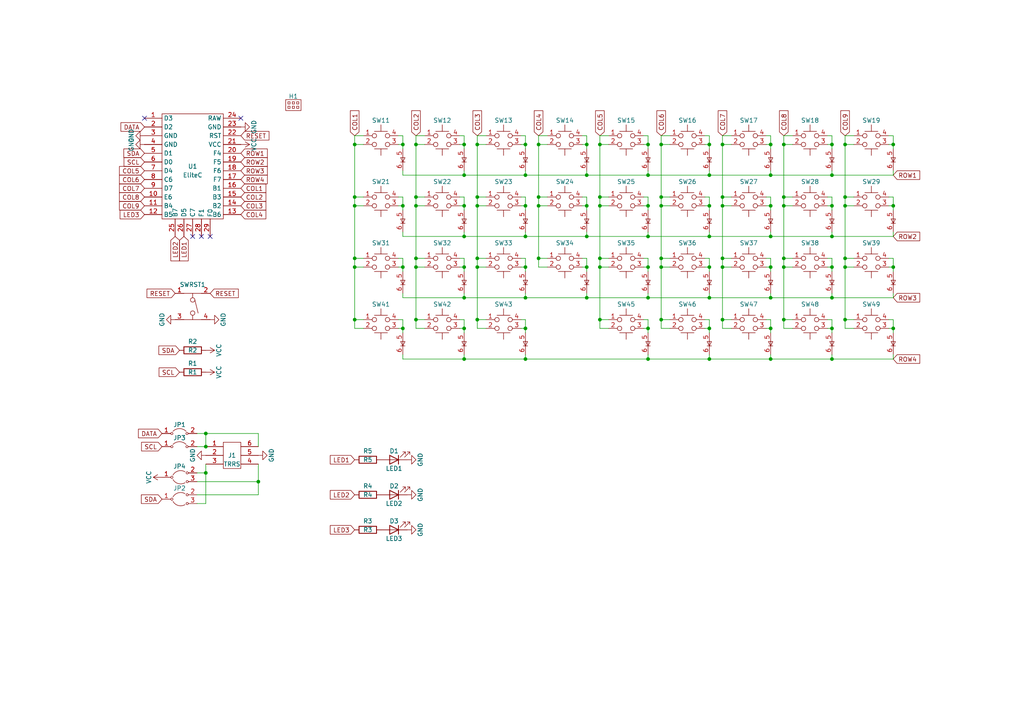
<source format=kicad_sch>
(kicad_sch (version 20230121) (generator eeschema)
  (paper "A4")
  (lib_symbols
    (symbol "Device:LED" (pin_numbers hide) (pin_names (offset 1.016) hide)
      (property "Reference" "D" (at 0 2.54 0))
      (property "Value" "LED" (at 0 -2.54 0))
      (symbol "LED_0_1"
        (polyline (pts (xy -1.27 -1.27) (xy -1.27 1.27)) (stroke (width 0.254)))
        (polyline (pts (xy -1.27 0) (xy 1.27 0)))
        (polyline (pts (xy 1.27 -1.27) (xy 1.27 1.27) (xy -1.27 0) (xy 1.27 -1.27)) (stroke (width 0.254)))
        (polyline (pts (xy -3.048 -0.762) (xy -4.572 -2.286) (xy -3.81 -2.286) (xy -4.572 -2.286) (xy -4.572 -1.524)))
        (polyline (pts (xy -1.778 -0.762) (xy -3.302 -2.286) (xy -2.54 -2.286) (xy -3.302 -2.286) (xy -3.302 -1.524)))
      )
      (symbol "LED_1_1"
        (pin passive line (at -3.81 0 0) (length 2.54) (name "K") (number "1"))
        (pin passive line (at 3.81 0 180) (length 2.54) (name "A") (number "2"))
      )
    )
    (symbol "Device:R" (pin_numbers hide) (pin_names (offset 0))
      (property "Reference" "R" (at 2.032 0 90))
      (property "Value" "R" (at 0 0 90))
      (symbol "R_0_1"
        (rectangle (start -1.016 -2.54) (end 1.016 2.54) (stroke (width 0.254)))
      )
      (symbol "R_1_1"
        (pin passive line (at 0 3.81 270) (length 1.27) (name "~") (number "1"))
        (pin passive line (at 0 -3.81 90) (length 1.27) (name "~") (number "2"))
      )
    )
    (symbol "Keyboard:EliteC"
      (property "Reference" "U" (at 0 0 0))
      (property "Value" "EliteC" (at 0 -2.54 0))
      (symbol "EliteC_0_1"
        (rectangle (start -8.89 15.24) (end 8.89 -15.24))
      )
      (symbol "EliteC_1_1"
        (pin bidirectional line (at -13.97 13.97 0) (length 5.08) (name "D3") (number "1"))
        (pin bidirectional line (at -13.97 -8.89 0) (length 5.08) (name "E6") (number "10"))
        (pin bidirectional line (at -13.97 -11.43 0) (length 5.08) (name "B4") (number "11"))
        (pin bidirectional line (at -13.97 -13.97 0) (length 5.08) (name "B5") (number "12"))
        (pin bidirectional line (at 13.97 -13.97 180) (length 5.08) (name "B6") (number "13"))
        (pin bidirectional line (at 13.97 -11.43 180) (length 5.08) (name "B2") (number "14"))
        (pin bidirectional line (at 13.97 -8.89 180) (length 5.08) (name "B3") (number "15"))
        (pin bidirectional line (at 13.97 -6.35 180) (length 5.08) (name "B1") (number "16"))
        (pin bidirectional line (at 13.97 -3.81 180) (length 5.08) (name "F7") (number "17"))
        (pin bidirectional line (at 13.97 -1.27 180) (length 5.08) (name "F6") (number "18"))
        (pin bidirectional line (at 13.97 1.27 180) (length 5.08) (name "F5") (number "19"))
        (pin bidirectional line (at -13.97 11.43 0) (length 5.08) (name "D2") (number "2"))
        (pin bidirectional line (at 13.97 3.81 180) (length 5.08) (name "F4") (number "20"))
        (pin power_out line (at 13.97 6.35 180) (length 5.08) (name "VCC") (number "21"))
        (pin bidirectional line (at 13.97 8.89 180) (length 5.08) (name "RST") (number "22"))
        (pin power_out line (at 13.97 11.43 180) (length 5.08) (name "GND") (number "23"))
        (pin bidirectional line (at 13.97 13.97 180) (length 5.08) (name "RAW") (number "24"))
        (pin bidirectional line (at -5.08 -20.32 90) (length 5.08) (name "B7") (number "25"))
        (pin bidirectional line (at -2.54 -20.32 90) (length 5.08) (name "D5") (number "26"))
        (pin bidirectional line (at 0 -20.32 90) (length 5.08) (name "C7") (number "27"))
        (pin bidirectional line (at 2.54 -20.32 90) (length 5.08) (name "F1") (number "28"))
        (pin bidirectional line (at 5.08 -20.32 90) (length 5.08) (name "F0") (number "29"))
        (pin power_out line (at -13.97 8.89 0) (length 5.08) (name "GND") (number "3"))
        (pin power_out line (at -13.97 6.35 0) (length 5.08) (name "GND") (number "4"))
        (pin bidirectional line (at -13.97 3.81 0) (length 5.08) (name "D1") (number "5"))
        (pin bidirectional line (at -13.97 1.27 0) (length 5.08) (name "D0") (number "6"))
        (pin bidirectional line (at -13.97 -1.27 0) (length 5.08) (name "D4") (number "7"))
        (pin bidirectional line (at -13.97 -3.81 0) (length 5.08) (name "C6") (number "8"))
        (pin bidirectional line (at -13.97 -6.35 0) (length 5.08) (name "D7") (number "9"))
      )
    )
    (symbol "Keyboard:Jumper"
      (property "Reference" "JP" (at 0 2.54 0))
      (symbol "Jumper_0_1"
        (circle (center -2.2225 0) (radius 0.3175))
        (arc (start 1.905 0.635) (mid 0 1.4191) (end -1.905 0.635))
        (circle (center 2.159 0) (radius 0.3175))
      )
      (symbol "Jumper_1_1"
        (pin passive line (at -5.08 0 0) (length 2.54) (name "") (number "1"))
        (pin passive line (at 5.08 0 180) (length 2.54) (name "") (number "2"))
      )
    )
    (symbol "Keyboard:JumperSplit"
      (property "Reference" "JP" (at 0 3.175 0))
      (symbol "JumperSplit_0_1"
        (circle (center -2.2225 0) (radius 0.3175))
        (arc (start -1.905 -0.635) (mid -0.356 -1.8346) (end 1.5875 -1.5875))
        (arc (start 1.5875 1.5875) (mid -0.356 1.8346) (end -1.905 0.635))
        (circle (center 2.2225 -1.27) (radius 0.3175))
        (circle (center 2.2225 1.27) (radius 0.3175))
      )
      (symbol "JumperSplit_1_1"
        (pin passive line (at -5.08 0 0) (length 2.54) (name "") (number "1"))
        (pin passive line (at 5.08 1.27 180) (length 2.54) (name "") (number "2"))
        (pin passive line (at 5.08 -1.27 180) (length 2.54) (name "") (number "3"))
      )
    )
    (symbol "Keyboard:PJ-320A"
      (property "Reference" "J" (at 0 0 0))
      (property "Value" "TRRS" (at 0 -2.54 0))
      (symbol "PJ-320A_0_1"
        (rectangle (start -2.54 3.81) (end 2.54 -3.81))
      )
      (symbol "PJ-320A_1_1"
        (pin bidirectional line (at -7.62 2.54 0) (length 5.08) (name "") (number "1"))
        (pin bidirectional line (at -7.62 0 0) (length 5.08) (name "") (number "2"))
        (pin bidirectional line (at -7.62 -2.54 0) (length 5.08) (name "") (number "3"))
        (pin bidirectional line (at 7.62 -2.54 180) (length 5.08) (name "") (number "4"))
        (pin bidirectional line (at 7.62 0 180) (length 5.08) (name "") (number "5"))
        (pin bidirectional line (at 7.62 2.54 180) (length 5.08) (name "") (number "6"))
      )
    )
    (symbol "Keyboard:PTS526" (pin_names (offset 1.016) hide)
      (property "Reference" "SW1" (at 0 -5.08 0))
      (symbol "PTS526_0_1"
        (circle (center 0 -1.905) (radius 0.635))
        (polyline (pts (xy -2.54 -3.81) (xy 2.54 -3.81)))
        (polyline (pts (xy -2.54 3.81) (xy 2.54 3.81)))
        (polyline (pts (xy 0 -2.54) (xy 0 -3.81)))
        (polyline (pts (xy 0 2.54) (xy 0 3.81)))
        (polyline (pts (xy 1.5875 -1.905) (xy 0.635 1.905)))
        (circle (center 0 1.905) (radius 0.635))
        (pin passive line (at -5.08 3.81 0) (length 2.54) (name "1") (number "1"))
      )
      (symbol "PTS526_1_1"
        (pin passive line (at 5.08 3.81 180) (length 2.54) (name "2") (number "2"))
        (pin passive line (at -5.08 -3.81 0) (length 2.54) (name "3") (number "3"))
        (pin passive line (at 5.08 -3.81 180) (length 2.54) (name "4") (number "4"))
      )
    )
    (symbol "Keyboard:Plate"
      (property "Reference" "H" (at 0 2.54 0))
      (symbol "Plate_1_1"
        (rectangle (start -2.2225 1.5875) (end 2.2225 -1.5875))
        (rectangle (start -1.5875 -0.3175) (end -0.9525 -0.9525))
        (rectangle (start -1.5875 0.9525) (end -0.9525 0.3175))
        (rectangle (start -0.3175 -0.3175) (end 0.3175 -0.9525))
        (rectangle (start -0.3175 0.9525) (end 0.3175 0.3175))
        (rectangle (start 0.9525 -0.3175) (end 1.5875 -0.9525))
        (rectangle (start 0.9525 0.9525) (end 1.5875 0.3175))
      )
    )
    (symbol "Keyboard:Switch"
      (property "Reference" "SW" (at 0 5.715 0))
      (symbol "Switch_0_1"
        (circle (center -1.905 -1.27) (radius 0.635))
        (circle (center -1.905 1.27) (radius 0.635))
        (polyline (pts (xy -1.905 -2.54) (xy 1.905 -2.54)))
        (polyline (pts (xy -1.905 2.54) (xy 1.905 2.54)))
        (polyline (pts (xy 0 -4.445) (xy 0 -2.54)))
        (polyline (pts (xy 0 2.54) (xy 0 4.445)))
        (polyline (pts (xy 6.35 -5.08) (xy 6.35 -6.35)))
        (circle (center 1.905 -1.27) (radius 0.635))
        (circle (center 1.905 1.27) (radius 0.635))
      )
      (symbol "Switch_1_1"
        (polyline (pts (xy 5.715 -6.35) (xy 6.985 -6.35)))
        (polyline (pts (xy 5.715 -5.08) (xy 6.985 -5.08) (xy 6.35 -6.35) (xy 5.715 -5.08)))
        (pin bidirectional line (at -5.08 1.27 0) (length 2.54) (name "") (number "1"))
        (pin bidirectional line (at -5.08 -1.27 0) (length 2.54) (name "") (number "2"))
        (pin bidirectional line (at 5.08 -1.27 180) (length 2.54) (name "") (number "3"))
        (pin bidirectional line (at 5.08 1.27 180) (length 2.54) (name "") (number "4"))
        (pin bidirectional line (at 6.35 -2.54 270) (length 2.54) (name "") (number "5"))
        (pin bidirectional line (at 6.35 -8.89 90) (length 2.54) (name "") (number "6"))
      )
    )
    (symbol "power:GND" (power) (pin_names (offset 0))
      (property "Value" "GND" (at 0 -3.81 0))
      (symbol "GND_0_1"
        (polyline (pts (xy 0 0) (xy 0 -1.27) (xy 1.27 -1.27) (xy 0 -2.54) (xy -1.27 -1.27) (xy 0 -1.27)))
      )
      (symbol "GND_1_1"
        (pin power_in line (at 0 0 270) (length 0) hide (name "GND") (number "1"))
      )
    )
    (symbol "power:VCC" (power) (pin_names (offset 0))
      (property "Value" "VCC" (at 0 3.81 0))
      (symbol "VCC_0_1"
        (polyline (pts (xy -0.762 1.27) (xy 0 2.54)))
        (polyline (pts (xy 0 0) (xy 0 2.54)))
        (polyline (pts (xy 0 2.54) (xy 0.762 1.27)))
      )
      (symbol "VCC_1_1"
        (pin power_in line (at 0 0 90) (length 0) hide (name "VCC") (number "1"))
      )
    )
  )
  (junction (at 191.77 57.15))
  (junction (at 259.08 59.69))
  (junction (at 187.96 41.91))
  (junction (at 173.99 59.69))
  (junction (at 134.62 95.25))
  (junction (at 152.4 41.91))
  (junction (at 187.96 50.8))
  (junction (at 134.62 86.36))
  (junction (at 205.74 104.14))
  (junction (at 209.55 59.69))
  (junction (at 227.33 92.71))
  (junction (at 134.62 50.8))
  (junction (at 227.33 57.15))
  (junction (at 187.96 59.69))
  (junction (at 102.87 57.15))
  (junction (at 241.3 50.8))
  (junction (at 227.33 41.91))
  (junction (at 116.84 41.91))
  (junction (at 156.21 74.93))
  (junction (at 138.43 74.93))
  (junction (at 59.69 125.73))
  (junction (at 173.99 77.47))
  (junction (at 102.87 77.47))
  (junction (at 134.62 41.91))
  (junction (at 245.11 57.15))
  (junction (at 152.4 68.58))
  (junction (at 209.55 92.71))
  (junction (at 138.43 59.69))
  (junction (at 209.55 77.47))
  (junction (at 187.96 77.47))
  (junction (at 191.77 74.93))
  (junction (at 134.62 68.58))
  (junction (at 245.11 77.47))
  (junction (at 191.77 59.69))
  (junction (at 138.43 41.91))
  (junction (at 59.69 129.54))
  (junction (at 223.52 104.14))
  (junction (at 187.96 95.25))
  (junction (at 120.65 57.15))
  (junction (at 245.11 41.91))
  (junction (at 245.11 74.93))
  (junction (at 191.77 77.47))
  (junction (at 59.69 137.16))
  (junction (at 241.3 104.14))
  (junction (at 138.43 57.15))
  (junction (at 152.4 86.36))
  (junction (at 241.3 95.25))
  (junction (at 156.21 41.91))
  (junction (at 170.18 77.47))
  (junction (at 187.96 68.58))
  (junction (at 138.43 92.71))
  (junction (at 241.3 59.69))
  (junction (at 138.43 77.47))
  (junction (at 152.4 95.25))
  (junction (at 173.99 41.91))
  (junction (at 241.3 86.36))
  (junction (at 223.52 50.8))
  (junction (at 102.87 74.93))
  (junction (at 102.87 92.71))
  (junction (at 74.93 139.7))
  (junction (at 205.74 77.47))
  (junction (at 227.33 59.69))
  (junction (at 245.11 92.71))
  (junction (at 205.74 68.58))
  (junction (at 152.4 50.8))
  (junction (at 116.84 59.69))
  (junction (at 241.3 68.58))
  (junction (at 134.62 59.69))
  (junction (at 156.21 59.69))
  (junction (at 156.21 57.15))
  (junction (at 223.52 68.58))
  (junction (at 102.87 41.91))
  (junction (at 209.55 57.15))
  (junction (at 187.96 86.36))
  (junction (at 102.87 59.69))
  (junction (at 120.65 59.69))
  (junction (at 134.62 77.47))
  (junction (at 205.74 41.91))
  (junction (at 227.33 77.47))
  (junction (at 187.96 104.14))
  (junction (at 259.08 77.47))
  (junction (at 205.74 95.25))
  (junction (at 116.84 95.25))
  (junction (at 223.52 95.25))
  (junction (at 134.62 104.14))
  (junction (at 259.08 95.25))
  (junction (at 116.84 77.47))
  (junction (at 191.77 92.71))
  (junction (at 205.74 86.36))
  (junction (at 170.18 59.69))
  (junction (at 120.65 92.71))
  (junction (at 245.11 59.69))
  (junction (at 223.52 41.91))
  (junction (at 170.18 50.8))
  (junction (at 173.99 74.93))
  (junction (at 241.3 77.47))
  (junction (at 120.65 77.47))
  (junction (at 170.18 86.36))
  (junction (at 152.4 77.47))
  (junction (at 209.55 74.93))
  (junction (at 205.74 59.69))
  (junction (at 223.52 59.69))
  (junction (at 152.4 104.14))
  (junction (at 191.77 41.91))
  (junction (at 120.65 74.93))
  (junction (at 227.33 74.93))
  (junction (at 173.99 57.15))
  (junction (at 205.74 50.8))
  (junction (at 259.08 41.91))
  (junction (at 170.18 68.58))
  (junction (at 209.55 41.91))
  (junction (at 173.99 92.71))
  (junction (at 170.18 41.91))
  (junction (at 120.65 41.91))
  (junction (at 223.52 86.36))
  (junction (at 152.4 59.69))
  (junction (at 223.52 77.47))
  (junction (at 241.3 41.91))
  (no_connect (at 55.88 68.58))
  (no_connect (at 60.96 68.58))
  (no_connect (at 41.91 34.29))
  (no_connect (at 58.42 68.58))
  (no_connect (at 69.85 34.29))
  (wire (pts (xy 241.3 95.25) (xy 241.3 96.52)))
  (wire (pts (xy 240.03 57.15) (xy 241.3 57.15)))
  (wire (pts (xy 152.4 104.14) (xy 187.96 104.14)))
  (wire (pts (xy 205.74 85.09) (xy 205.74 86.36)))
  (wire (pts (xy 116.84 59.69) (xy 116.84 60.96)))
  (wire (pts (xy 57.15 143.51) (xy 74.93 143.51)))
  (wire (pts (xy 257.81 77.47) (xy 259.08 77.47)))
  (wire (pts (xy 138.43 74.93) (xy 138.43 77.47)))
  (wire (pts (xy 245.11 92.71) (xy 247.65 92.71)))
  (wire (pts (xy 120.65 59.69) (xy 120.65 74.93)))
  (wire (pts (xy 123.19 95.25) (xy 120.65 95.25)))
  (wire (pts (xy 259.08 57.15) (xy 259.08 59.69)))
  (wire (pts (xy 259.08 68.58) (xy 241.3 68.58)))
  (wire (pts (xy 173.99 57.15) (xy 173.99 59.69)))
  (wire (pts (xy 241.3 77.47) (xy 241.3 78.74)))
  (wire (pts (xy 173.99 39.37) (xy 173.99 41.91)))
  (wire (pts (xy 257.81 92.71) (xy 259.08 92.71)))
  (wire (pts (xy 241.3 74.93) (xy 241.3 77.47)))
  (wire (pts (xy 168.91 74.93) (xy 170.18 74.93)))
  (wire (pts (xy 222.25 74.93) (xy 223.52 74.93)))
  (wire (pts (xy 204.47 92.71) (xy 205.74 92.71)))
  (wire (pts (xy 259.08 59.69) (xy 259.08 60.96)))
  (wire (pts (xy 134.62 95.25) (xy 134.62 96.52)))
  (wire (pts (xy 116.84 104.14) (xy 134.62 104.14)))
  (wire (pts (xy 57.15 137.16) (xy 59.69 137.16)))
  (wire (pts (xy 257.81 95.25) (xy 259.08 95.25)))
  (wire (pts (xy 102.87 39.37) (xy 102.87 41.91)))
  (wire (pts (xy 245.11 74.93) (xy 245.11 77.47)))
  (wire (pts (xy 259.08 67.31) (xy 259.08 68.58)))
  (wire (pts (xy 138.43 39.37) (xy 140.97 39.37)))
  (wire (pts (xy 102.87 77.47) (xy 102.87 92.71)))
  (wire (pts (xy 156.21 59.69) (xy 156.21 74.93)))
  (wire (pts (xy 227.33 57.15) (xy 227.33 59.69)))
  (wire (pts (xy 138.43 59.69) (xy 138.43 74.93)))
  (wire (pts (xy 223.52 102.87) (xy 223.52 104.14)))
  (wire (pts (xy 170.18 86.36) (xy 152.4 86.36)))
  (wire (pts (xy 186.69 57.15) (xy 187.96 57.15)))
  (wire (pts (xy 116.84 49.53) (xy 116.84 50.8)))
  (wire (pts (xy 134.62 41.91) (xy 134.62 43.18)))
  (wire (pts (xy 259.08 92.71) (xy 259.08 95.25)))
  (wire (pts (xy 115.57 92.71) (xy 116.84 92.71)))
  (wire (pts (xy 191.77 39.37) (xy 194.31 39.37)))
  (wire (pts (xy 209.55 74.93) (xy 209.55 77.47)))
  (wire (pts (xy 222.25 39.37) (xy 223.52 39.37)))
  (wire (pts (xy 115.57 74.93) (xy 116.84 74.93)))
  (wire (pts (xy 140.97 77.47) (xy 138.43 77.47)))
  (wire (pts (xy 247.65 77.47) (xy 245.11 77.47)))
  (wire (pts (xy 245.11 59.69) (xy 245.11 74.93)))
  (wire (pts (xy 223.52 74.93) (xy 223.52 77.47)))
  (wire (pts (xy 245.11 74.93) (xy 247.65 74.93)))
  (wire (pts (xy 187.96 50.8) (xy 170.18 50.8)))
  (wire (pts (xy 205.74 57.15) (xy 205.74 59.69)))
  (wire (pts (xy 240.03 39.37) (xy 241.3 39.37)))
  (wire (pts (xy 151.13 74.93) (xy 152.4 74.93)))
  (wire (pts (xy 168.91 39.37) (xy 170.18 39.37)))
  (wire (pts (xy 138.43 57.15) (xy 140.97 57.15)))
  (wire (pts (xy 241.3 39.37) (xy 241.3 41.91)))
  (wire (pts (xy 120.65 74.93) (xy 123.19 74.93)))
  (wire (pts (xy 134.62 49.53) (xy 134.62 50.8)))
  (wire (pts (xy 223.52 77.47) (xy 223.52 78.74)))
  (wire (pts (xy 204.47 59.69) (xy 205.74 59.69)))
  (wire (pts (xy 259.08 104.14) (xy 241.3 104.14)))
  (wire (pts (xy 152.4 39.37) (xy 152.4 41.91)))
  (wire (pts (xy 247.65 41.91) (xy 245.11 41.91)))
  (wire (pts (xy 156.21 57.15) (xy 156.21 59.69)))
  (wire (pts (xy 152.4 77.47) (xy 152.4 78.74)))
  (wire (pts (xy 247.65 59.69) (xy 245.11 59.69)))
  (wire (pts (xy 191.77 57.15) (xy 191.77 59.69)))
  (wire (pts (xy 138.43 57.15) (xy 138.43 59.69)))
  (wire (pts (xy 240.03 77.47) (xy 241.3 77.47)))
  (wire (pts (xy 116.84 86.36) (xy 134.62 86.36)))
  (wire (pts (xy 227.33 41.91) (xy 227.33 57.15)))
  (wire (pts (xy 227.33 39.37) (xy 229.87 39.37)))
  (wire (pts (xy 115.57 57.15) (xy 116.84 57.15)))
  (wire (pts (xy 102.87 41.91) (xy 102.87 57.15)))
  (wire (pts (xy 259.08 74.93) (xy 259.08 77.47)))
  (wire (pts (xy 173.99 57.15) (xy 176.53 57.15)))
  (wire (pts (xy 259.08 102.87) (xy 259.08 104.14)))
  (wire (pts (xy 187.96 67.31) (xy 187.96 68.58)))
  (wire (pts (xy 173.99 74.93) (xy 173.99 77.47)))
  (wire (pts (xy 133.35 39.37) (xy 134.62 39.37)))
  (wire (pts (xy 194.31 77.47) (xy 191.77 77.47)))
  (wire (pts (xy 257.81 41.91) (xy 259.08 41.91)))
  (wire (pts (xy 191.77 39.37) (xy 191.77 41.91)))
  (wire (pts (xy 223.52 49.53) (xy 223.52 50.8)))
  (wire (pts (xy 187.96 86.36) (xy 170.18 86.36)))
  (wire (pts (xy 212.09 41.91) (xy 209.55 41.91)))
  (wire (pts (xy 205.74 41.91) (xy 205.74 43.18)))
  (wire (pts (xy 59.69 137.16) (xy 59.69 146.05)))
  (wire (pts (xy 158.75 77.47) (xy 156.21 77.47)))
  (wire (pts (xy 259.08 77.47) (xy 259.08 78.74)))
  (wire (pts (xy 205.74 74.93) (xy 205.74 77.47)))
  (wire (pts (xy 240.03 74.93) (xy 241.3 74.93)))
  (wire (pts (xy 241.3 49.53) (xy 241.3 50.8)))
  (wire (pts (xy 168.91 41.91) (xy 170.18 41.91)))
  (wire (pts (xy 170.18 49.53) (xy 170.18 50.8)))
  (wire (pts (xy 120.65 39.37) (xy 123.19 39.37)))
  (wire (pts (xy 116.84 77.47) (xy 116.84 78.74)))
  (wire (pts (xy 57.15 129.54) (xy 59.69 129.54)))
  (wire (pts (xy 170.18 68.58) (xy 152.4 68.58)))
  (wire (pts (xy 133.35 41.91) (xy 134.62 41.91)))
  (wire (pts (xy 116.84 74.93) (xy 116.84 77.47)))
  (wire (pts (xy 241.3 85.09) (xy 241.3 86.36)))
  (wire (pts (xy 168.91 77.47) (xy 170.18 77.47)))
  (wire (pts (xy 259.08 50.8) (xy 241.3 50.8)))
  (wire (pts (xy 173.99 74.93) (xy 176.53 74.93)))
  (wire (pts (xy 133.35 57.15) (xy 134.62 57.15)))
  (wire (pts (xy 205.74 68.58) (xy 187.96 68.58)))
  (wire (pts (xy 116.84 95.25) (xy 116.84 96.52)))
  (wire (pts (xy 151.13 57.15) (xy 152.4 57.15)))
  (wire (pts (xy 241.3 67.31) (xy 241.3 68.58)))
  (wire (pts (xy 186.69 41.91) (xy 187.96 41.91)))
  (wire (pts (xy 152.4 92.71) (xy 152.4 95.25)))
  (wire (pts (xy 209.55 57.15) (xy 209.55 59.69)))
  (wire (pts (xy 259.08 86.36) (xy 241.3 86.36)))
  (wire (pts (xy 74.93 139.7) (xy 74.93 134.62)))
  (wire (pts (xy 170.18 67.31) (xy 170.18 68.58)))
  (wire (pts (xy 223.52 39.37) (xy 223.52 41.91)))
  (wire (pts (xy 140.97 41.91) (xy 138.43 41.91)))
  (wire (pts (xy 241.3 68.58) (xy 223.52 68.58)))
  (wire (pts (xy 116.84 41.91) (xy 116.84 43.18)))
  (wire (pts (xy 120.65 77.47) (xy 120.65 92.71)))
  (wire (pts (xy 152.4 85.09) (xy 152.4 86.36)))
  (wire (pts (xy 152.4 49.53) (xy 152.4 50.8)))
  (wire (pts (xy 151.13 92.71) (xy 152.4 92.71)))
  (wire (pts (xy 245.11 57.15) (xy 245.11 59.69)))
  (wire (pts (xy 241.3 59.69) (xy 241.3 60.96)))
  (wire (pts (xy 173.99 41.91) (xy 173.99 57.15)))
  (wire (pts (xy 105.41 95.25) (xy 102.87 95.25)))
  (wire (pts (xy 222.25 92.71) (xy 223.52 92.71)))
  (wire (pts (xy 133.35 59.69) (xy 134.62 59.69)))
  (wire (pts (xy 204.47 74.93) (xy 205.74 74.93)))
  (wire (pts (xy 257.81 57.15) (xy 259.08 57.15)))
  (wire (pts (xy 187.96 39.37) (xy 187.96 41.91)))
  (wire (pts (xy 191.77 74.93) (xy 191.77 77.47)))
  (wire (pts (xy 158.75 41.91) (xy 156.21 41.91)))
  (wire (pts (xy 105.41 59.69) (xy 102.87 59.69)))
  (wire (pts (xy 241.3 104.14) (xy 223.52 104.14)))
  (wire (pts (xy 123.19 59.69) (xy 120.65 59.69)))
  (wire (pts (xy 156.21 39.37) (xy 158.75 39.37)))
  (wire (pts (xy 173.99 92.71) (xy 173.99 95.25)))
  (wire (pts (xy 176.53 59.69) (xy 173.99 59.69)))
  (wire (pts (xy 134.62 85.09) (xy 134.62 86.36)))
  (wire (pts (xy 245.11 77.47) (xy 245.11 92.71)))
  (wire (pts (xy 123.19 77.47) (xy 120.65 77.47)))
  (wire (pts (xy 134.62 74.93) (xy 134.62 77.47)))
  (wire (pts (xy 227.33 39.37) (xy 227.33 41.91)))
  (wire (pts (xy 134.62 104.14) (xy 152.4 104.14)))
  (wire (pts (xy 134.62 68.58) (xy 152.4 68.58)))
  (wire (pts (xy 134.62 67.31) (xy 134.62 68.58)))
  (wire (pts (xy 209.55 59.69) (xy 209.55 74.93)))
  (wire (pts (xy 116.84 67.31) (xy 116.84 68.58)))
  (wire (pts (xy 151.13 59.69) (xy 152.4 59.69)))
  (wire (pts (xy 134.62 77.47) (xy 134.62 78.74)))
  (wire (pts (xy 170.18 59.69) (xy 170.18 60.96)))
  (wire (pts (xy 240.03 41.91) (xy 241.3 41.91)))
  (wire (pts (xy 116.84 39.37) (xy 116.84 41.91)))
  (wire (pts (xy 151.13 41.91) (xy 152.4 41.91)))
  (wire (pts (xy 241.3 102.87) (xy 241.3 104.14)))
  (wire (pts (xy 115.57 59.69) (xy 116.84 59.69)))
  (wire (pts (xy 240.03 59.69) (xy 241.3 59.69)))
  (wire (pts (xy 173.99 39.37) (xy 176.53 39.37)))
  (wire (pts (xy 205.74 49.53) (xy 205.74 50.8)))
  (wire (pts (xy 229.87 59.69) (xy 227.33 59.69)))
  (wire (pts (xy 140.97 59.69) (xy 138.43 59.69)))
  (wire (pts (xy 204.47 41.91) (xy 205.74 41.91)))
  (wire (pts (xy 168.91 59.69) (xy 170.18 59.69)))
  (wire (pts (xy 245.11 92.71) (xy 245.11 95.25)))
  (wire (pts (xy 170.18 57.15) (xy 170.18 59.69)))
  (wire (pts (xy 241.3 50.8) (xy 223.52 50.8)))
  (wire (pts (xy 102.87 57.15) (xy 105.41 57.15)))
  (wire (pts (xy 209.55 92.71) (xy 209.55 95.25)))
  (wire (pts (xy 223.52 68.58) (xy 205.74 68.58)))
  (wire (pts (xy 133.35 92.71) (xy 134.62 92.71)))
  (wire (pts (xy 134.62 59.69) (xy 134.62 60.96)))
  (wire (pts (xy 227.33 92.71) (xy 227.33 95.25)))
  (wire (pts (xy 186.69 77.47) (xy 187.96 77.47)))
  (wire (pts (xy 222.25 95.25) (xy 223.52 95.25)))
  (wire (pts (xy 245.11 39.37) (xy 245.11 41.91)))
  (wire (pts (xy 229.87 77.47) (xy 227.33 77.47)))
  (wire (pts (xy 191.77 74.93) (xy 194.31 74.93)))
  (wire (pts (xy 170.18 77.47) (xy 170.18 78.74)))
  (wire (pts (xy 116.84 102.87) (xy 116.84 104.14)))
  (wire (pts (xy 223.52 59.69) (xy 223.52 60.96)))
  (wire (pts (xy 152.4 41.91) (xy 152.4 43.18)))
  (wire (pts (xy 116.84 68.58) (xy 134.62 68.58)))
  (wire (pts (xy 209.55 39.37) (xy 212.09 39.37)))
  (wire (pts (xy 223.52 104.14) (xy 205.74 104.14)))
  (wire (pts (xy 229.87 95.25) (xy 227.33 95.25)))
  (wire (pts (xy 105.41 77.47) (xy 102.87 77.47)))
  (wire (pts (xy 116.84 50.8) (xy 134.62 50.8)))
  (wire (pts (xy 156.21 74.93) (xy 156.21 77.47)))
  (wire (pts (xy 176.53 41.91) (xy 173.99 41.91)))
  (wire (pts (xy 205.74 86.36) (xy 187.96 86.36)))
  (wire (pts (xy 59.69 146.05) (xy 57.15 146.05)))
  (wire (pts (xy 102.87 39.37) (xy 105.41 39.37)))
  (wire (pts (xy 102.87 59.69) (xy 102.87 74.93)))
  (wire (pts (xy 170.18 74.93) (xy 170.18 77.47)))
  (wire (pts (xy 205.74 77.47) (xy 205.74 78.74)))
  (wire (pts (xy 152.4 95.25) (xy 152.4 96.52)))
  (wire (pts (xy 158.75 59.69) (xy 156.21 59.69)))
  (wire (pts (xy 209.55 74.93) (xy 212.09 74.93)))
  (wire (pts (xy 223.52 41.91) (xy 223.52 43.18)))
  (wire (pts (xy 115.57 77.47) (xy 116.84 77.47)))
  (wire (pts (xy 223.52 50.8) (xy 205.74 50.8)))
  (wire (pts (xy 245.11 41.91) (xy 245.11 57.15)))
  (wire (pts (xy 134.62 86.36) (xy 152.4 86.36)))
  (wire (pts (xy 138.43 41.91) (xy 138.43 57.15)))
  (wire (pts (xy 205.74 102.87) (xy 205.74 104.14)))
  (wire (pts (xy 259.08 41.91) (xy 259.08 43.18)))
  (wire (pts (xy 168.91 57.15) (xy 170.18 57.15)))
  (wire (pts (xy 205.74 59.69) (xy 205.74 60.96)))
  (wire (pts (xy 191.77 77.47) (xy 191.77 92.71)))
  (wire (pts (xy 212.09 77.47) (xy 209.55 77.47)))
  (wire (pts (xy 241.3 86.36) (xy 223.52 86.36)))
  (wire (pts (xy 152.4 74.93) (xy 152.4 77.47)))
  (wire (pts (xy 205.74 95.25) (xy 205.74 96.52)))
  (wire (pts (xy 186.69 74.93) (xy 187.96 74.93)))
  (wire (pts (xy 187.96 49.53) (xy 187.96 50.8)))
  (wire (pts (xy 151.13 95.25) (xy 152.4 95.25)))
  (wire (pts (xy 151.13 39.37) (xy 152.4 39.37)))
  (wire (pts (xy 187.96 57.15) (xy 187.96 59.69)))
  (wire (pts (xy 173.99 77.47) (xy 173.99 92.71)))
  (wire (pts (xy 120.65 41.91) (xy 120.65 57.15)))
  (wire (pts (xy 222.25 57.15) (xy 223.52 57.15)))
  (wire (pts (xy 138.43 39.37) (xy 138.43 41.91)))
  (wire (pts (xy 74.93 129.54) (xy 74.93 125.73)))
  (wire (pts (xy 241.3 57.15) (xy 241.3 59.69)))
  (wire (pts (xy 102.87 74.93) (xy 102.87 77.47)))
  (wire (pts (xy 116.84 92.71) (xy 116.84 95.25)))
  (wire (pts (xy 133.35 95.25) (xy 134.62 95.25)))
  (wire (pts (xy 227.33 57.15) (xy 229.87 57.15)))
  (wire (pts (xy 191.77 41.91) (xy 191.77 57.15)))
  (wire (pts (xy 170.18 50.8) (xy 152.4 50.8)))
  (wire (pts (xy 227.33 59.69) (xy 227.33 74.93)))
  (wire (pts (xy 187.96 68.58) (xy 170.18 68.58)))
  (wire (pts (xy 102.87 57.15) (xy 102.87 59.69)))
  (wire (pts (xy 247.65 95.25) (xy 245.11 95.25)))
  (wire (pts (xy 187.96 77.47) (xy 187.96 78.74)))
  (wire (pts (xy 176.53 77.47) (xy 173.99 77.47)))
  (wire (pts (xy 115.57 39.37) (xy 116.84 39.37)))
  (wire (pts (xy 120.65 74.93) (xy 120.65 77.47)))
  (wire (pts (xy 151.13 77.47) (xy 152.4 77.47)))
  (wire (pts (xy 57.15 139.7) (xy 74.93 139.7)))
  (wire (pts (xy 227.33 74.93) (xy 229.87 74.93)))
  (wire (pts (xy 209.55 92.71) (xy 212.09 92.71)))
  (wire (pts (xy 187.96 102.87) (xy 187.96 104.14)))
  (wire (pts (xy 205.74 39.37) (xy 205.74 41.91)))
  (wire (pts (xy 140.97 95.25) (xy 138.43 95.25)))
  (wire (pts (xy 205.74 67.31) (xy 205.74 68.58)))
  (wire (pts (xy 194.31 59.69) (xy 191.77 59.69)))
  (wire (pts (xy 134.62 92.71) (xy 134.62 95.25)))
  (wire (pts (xy 209.55 77.47) (xy 209.55 92.71)))
  (wire (pts (xy 120.65 39.37) (xy 120.65 41.91)))
  (wire (pts (xy 194.31 41.91) (xy 191.77 41.91)))
  (wire (pts (xy 187.96 74.93) (xy 187.96 77.47)))
  (wire (pts (xy 222.25 59.69) (xy 223.52 59.69)))
  (wire (pts (xy 223.52 57.15) (xy 223.52 59.69)))
  (wire (pts (xy 123.19 41.91) (xy 120.65 41.91)))
  (wire (pts (xy 257.81 39.37) (xy 259.08 39.37)))
  (wire (pts (xy 152.4 57.15) (xy 152.4 59.69)))
  (wire (pts (xy 120.65 57.15) (xy 123.19 57.15)))
  (wire (pts (xy 222.25 41.91) (xy 223.52 41.91)))
  (wire (pts (xy 259.08 95.25) (xy 259.08 96.52)))
  (wire (pts (xy 259.08 49.53) (xy 259.08 50.8)))
  (wire (pts (xy 187.96 41.91) (xy 187.96 43.18)))
  (wire (pts (xy 176.53 95.25) (xy 173.99 95.25)))
  (wire (pts (xy 240.03 95.25) (xy 241.3 95.25)))
  (wire (pts (xy 120.65 92.71) (xy 123.19 92.71)))
  (wire (pts (xy 204.47 95.25) (xy 205.74 95.25)))
  (wire (pts (xy 223.52 85.09) (xy 223.52 86.36)))
  (wire (pts (xy 138.43 77.47) (xy 138.43 92.71)))
  (wire (pts (xy 240.03 92.71) (xy 241.3 92.71)))
  (wire (pts (xy 156.21 74.93) (xy 158.75 74.93)))
  (wire (pts (xy 209.55 41.91) (xy 209.55 57.15)))
  (wire (pts (xy 102.87 74.93) (xy 105.41 74.93)))
  (wire (pts (xy 57.15 125.73) (xy 59.69 125.73)))
  (wire (pts (xy 191.77 92.71) (xy 191.77 95.25)))
  (wire (pts (xy 194.31 95.25) (xy 191.77 95.25)))
  (wire (pts (xy 205.74 50.8) (xy 187.96 50.8)))
  (wire (pts (xy 187.96 59.69) (xy 187.96 60.96)))
  (wire (pts (xy 134.62 57.15) (xy 134.62 59.69)))
  (wire (pts (xy 116.84 57.15) (xy 116.84 59.69)))
  (wire (pts (xy 259.08 39.37) (xy 259.08 41.91)))
  (wire (pts (xy 191.77 57.15) (xy 194.31 57.15)))
  (wire (pts (xy 152.4 59.69) (xy 152.4 60.96)))
  (wire (pts (xy 191.77 92.71) (xy 194.31 92.71)))
  (wire (pts (xy 204.47 39.37) (xy 205.74 39.37)))
  (wire (pts (xy 204.47 77.47) (xy 205.74 77.47)))
  (wire (pts (xy 120.65 92.71) (xy 120.65 95.25)))
  (wire (pts (xy 205.74 104.14) (xy 187.96 104.14)))
  (wire (pts (xy 115.57 95.25) (xy 116.84 95.25)))
  (wire (pts (xy 102.87 92.71) (xy 102.87 95.25)))
  (wire (pts (xy 156.21 57.15) (xy 158.75 57.15)))
  (wire (pts (xy 191.77 59.69) (xy 191.77 74.93)))
  (wire (pts (xy 152.4 102.87) (xy 152.4 104.14)))
  (wire (pts (xy 257.81 59.69) (xy 259.08 59.69)))
  (wire (pts (xy 227.33 77.47) (xy 227.33 92.71)))
  (wire (pts (xy 170.18 85.09) (xy 170.18 86.36)))
  (wire (pts (xy 102.87 92.71) (xy 105.41 92.71)))
  (wire (pts (xy 170.18 39.37) (xy 170.18 41.91)))
  (wire (pts (xy 59.69 125.73) (xy 59.69 129.54)))
  (wire (pts (xy 241.3 41.91) (xy 241.3 43.18)))
  (wire (pts (xy 241.3 92.71) (xy 241.3 95.25)))
  (wire (pts (xy 116.84 85.09) (xy 116.84 86.36)))
  (wire (pts (xy 257.81 74.93) (xy 259.08 74.93)))
  (wire (pts (xy 187.96 95.25) (xy 187.96 96.52)))
  (wire (pts (xy 170.18 41.91) (xy 170.18 43.18)))
  (wire (pts (xy 59.69 125.73) (xy 74.93 125.73)))
  (wire (pts (xy 138.43 74.93) (xy 140.97 74.93)))
  (wire (pts (xy 134.62 39.37) (xy 134.62 41.91)))
  (wire (pts (xy 223.52 92.71) (xy 223.52 95.25)))
  (wire (pts (xy 187.96 85.09) (xy 187.96 86.36)))
  (wire (pts (xy 115.57 41.91) (xy 116.84 41.91)))
  (wire (pts (xy 245.11 57.15) (xy 247.65 57.15)))
  (wire (pts (xy 227.33 74.93) (xy 227.33 77.47)))
  (wire (pts (xy 227.33 92.71) (xy 229.87 92.71)))
  (wire (pts (xy 209.55 39.37) (xy 209.55 41.91)))
  (wire (pts (xy 212.09 95.25) (xy 209.55 95.25)))
  (wire (pts (xy 156.21 39.37) (xy 156.21 41.91)))
  (wire (pts (xy 134.62 102.87) (xy 134.62 104.14)))
  (wire (pts (xy 156.21 41.91) (xy 156.21 57.15)))
  (wire (pts (xy 186.69 39.37) (xy 187.96 39.37)))
  (wire (pts (xy 133.35 77.47) (xy 134.62 77.47)))
  (wire (pts (xy 186.69 59.69) (xy 187.96 59.69)))
  (wire (pts (xy 187.96 92.71) (xy 187.96 95.25)))
  (wire (pts (xy 120.65 57.15) (xy 120.65 59.69)))
  (wire (pts (xy 209.55 57.15) (xy 212.09 57.15)))
  (wire (pts (xy 105.41 41.91) (xy 102.87 41.91)))
  (wire (pts (xy 259.08 85.09) (xy 259.08 86.36)))
  (wire (pts (xy 205.74 92.71) (xy 205.74 95.25)))
  (wire (pts (xy 212.09 59.69) (xy 209.55 59.69)))
  (wire (pts (xy 223.52 67.31) (xy 223.52 68.58)))
  (wire (pts (xy 134.62 50.8) (xy 152.4 50.8)))
  (wire (pts (xy 229.87 41.91) (xy 227.33 41.91)))
  (wire (pts (xy 186.69 92.71) (xy 187.96 92.71)))
  (wire (pts (xy 133.35 74.93) (xy 134.62 74.93)))
  (wire (pts (xy 186.69 95.25) (xy 187.96 95.25)))
  (wire (pts (xy 204.47 57.15) (xy 205.74 57.15)))
  (wire (pts (xy 74.93 139.7) (xy 74.93 143.51)))
  (wire (pts (xy 222.25 77.47) (xy 223.52 77.47)))
  (wire (pts (xy 138.43 92.71) (xy 138.43 95.25)))
  (wire (pts (xy 152.4 67.31) (xy 152.4 68.58)))
  (wire (pts (xy 59.69 137.16) (xy 59.69 134.62)))
  (wire (pts (xy 245.11 39.37) (xy 247.65 39.37)))
  (wire (pts (xy 223.52 86.36) (xy 205.74 86.36)))
  (wire (pts (xy 173.99 92.71) (xy 176.53 92.71)))
  (wire (pts (xy 173.99 59.69) (xy 173.99 74.93)))
  (wire (pts (xy 138.43 92.71) (xy 140.97 92.71)))
  (wire (pts (xy 223.52 95.25) (xy 223.52 96.52)))
  (global_label "COL9" (shape input) (at 245.11 39.37 90) (property "Intersheetrefs" "${INTERSHEET_REFS}" (effects hide)))
  (global_label "COL8" (shape input) (at 227.33 39.37 90) (property "Intersheetrefs" "${INTERSHEET_REFS}" (effects hide)))
  (global_label "COL2" (shape input) (at 120.65 39.37 90) (property "Intersheetrefs" "${INTERSHEET_REFS}" (effects hide)))
  (global_label "ROW1" (shape input) (at 69.85 44.45 0) (property "Intersheetrefs" "${INTERSHEET_REFS}" (effects hide)))
  (global_label "COL1" (shape input) (at 102.87 39.37 90) (property "Intersheetrefs" "${INTERSHEET_REFS}" (effects hide)))
  (global_label "LED2" (shape input) (at 50.8 68.58 270) (property "Intersheetrefs" "${INTERSHEET_REFS}" (effects hide)))
  (global_label "SDA" (shape input) (at 41.91 44.45 180) (property "Intersheetrefs" "${INTERSHEET_REFS}" (effects hide)))
  (global_label "DATA" (shape input) (at 46.99 125.73 180) (property "Intersheetrefs" "${INTERSHEET_REFS}" (effects hide)))
  (global_label "COL8" (shape input) (at 41.91 57.15 180) (property "Intersheetrefs" "${INTERSHEET_REFS}" (effects hide)))
  (global_label "COL3" (shape input) (at 138.43 39.37 90) (property "Intersheetrefs" "${INTERSHEET_REFS}" (effects hide)))
  (global_label "ROW3" (shape input) (at 69.85 49.53 0) (property "Intersheetrefs" "${INTERSHEET_REFS}" (effects hide)))
  (global_label "COL4" (shape input) (at 69.85 62.23 0) (property "Intersheetrefs" "${INTERSHEET_REFS}" (effects hide)))
  (global_label "ROW2" (shape input) (at 69.85 46.99 0) (property "Intersheetrefs" "${INTERSHEET_REFS}" (effects hide)))
  (global_label "RESET" (shape input) (at 60.96 85.09 0) (property "Intersheetrefs" "${INTERSHEET_REFS}" (effects hide)))
  (global_label "COL1" (shape input) (at 69.85 54.61 0) (property "Intersheetrefs" "${INTERSHEET_REFS}" (effects hide)))
  (global_label "SDA" (shape input) (at 46.99 144.78 180) (property "Intersheetrefs" "${INTERSHEET_REFS}" (effects hide)))
  (global_label "RESET" (shape input) (at 50.8 85.09 180) (property "Intersheetrefs" "${INTERSHEET_REFS}" (effects hide)))
  (global_label "COL5" (shape input) (at 41.91 49.53 180) (property "Intersheetrefs" "${INTERSHEET_REFS}" (effects hide)))
  (global_label "SCL" (shape input) (at 41.91 46.99 180) (property "Intersheetrefs" "${INTERSHEET_REFS}" (effects hide)))
  (global_label "ROW4" (shape input) (at 259.08 104.14 0) (property "Intersheetrefs" "${INTERSHEET_REFS}" (effects hide)))
  (global_label "SCL" (shape input) (at 52.07 107.95 180) (property "Intersheetrefs" "${INTERSHEET_REFS}" (effects hide)))
  (global_label "LED3" (shape input) (at 41.91 62.23 180) (property "Intersheetrefs" "${INTERSHEET_REFS}" (effects hide)))
  (global_label "COL4" (shape input) (at 156.21 39.37 90) (property "Intersheetrefs" "${INTERSHEET_REFS}" (effects hide)))
  (global_label "RESET" (shape input) (at 69.85 39.37 0) (property "Intersheetrefs" "${INTERSHEET_REFS}" (effects hide)))
  (global_label "LED1" (shape input) (at 53.34 68.58 270) (property "Intersheetrefs" "${INTERSHEET_REFS}" (effects hide)))
  (global_label "COL3" (shape input) (at 69.85 59.69 0) (property "Intersheetrefs" "${INTERSHEET_REFS}" (effects hide)))
  (global_label "LED3" (shape input) (at 102.87 153.67 180) (property "Intersheetrefs" "${INTERSHEET_REFS}" (effects hide)))
  (global_label "COL9" (shape input) (at 41.91 59.69 180) (property "Intersheetrefs" "${INTERSHEET_REFS}" (effects hide)))
  (global_label "COL2" (shape input) (at 69.85 57.15 0) (property "Intersheetrefs" "${INTERSHEET_REFS}" (effects hide)))
  (global_label "COL6" (shape input) (at 41.91 52.07 180) (property "Intersheetrefs" "${INTERSHEET_REFS}" (effects hide)))
  (global_label "ROW1" (shape input) (at 259.08 50.8 0) (property "Intersheetrefs" "${INTERSHEET_REFS}" (effects hide)))
  (global_label "ROW2" (shape input) (at 259.08 68.58 0) (property "Intersheetrefs" "${INTERSHEET_REFS}" (effects hide)))
  (global_label "COL7" (shape input) (at 41.91 54.61 180) (property "Intersheetrefs" "${INTERSHEET_REFS}" (effects hide)))
  (global_label "COL5" (shape input) (at 173.99 39.37 90) (property "Intersheetrefs" "${INTERSHEET_REFS}" (effects hide)))
  (global_label "COL7" (shape input) (at 209.55 39.37 90) (property "Intersheetrefs" "${INTERSHEET_REFS}" (effects hide)))
  (global_label "ROW4" (shape input) (at 69.85 52.07 0) (property "Intersheetrefs" "${INTERSHEET_REFS}" (effects hide)))
  (global_label "DATA" (shape input) (at 41.91 36.83 180) (property "Intersheetrefs" "${INTERSHEET_REFS}" (effects hide)))
  (global_label "LED2" (shape input) (at 102.87 143.51 180) (property "Intersheetrefs" "${INTERSHEET_REFS}" (effects hide)))
  (global_label "LED1" (shape input) (at 102.87 133.35 180) (property "Intersheetrefs" "${INTERSHEET_REFS}" (effects hide)))
  (global_label "SDA" (shape input) (at 52.07 101.6 180) (property "Intersheetrefs" "${INTERSHEET_REFS}" (effects hide)))
  (global_label "COL6" (shape input) (at 191.77 39.37 90) (property "Intersheetrefs" "${INTERSHEET_REFS}" (effects hide)))
  (global_label "ROW3" (shape input) (at 259.08 86.36 0) (property "Intersheetrefs" "${INTERSHEET_REFS}" (effects hide)))
  (global_label "SCL" (shape input) (at 46.99 129.54 180) (property "Intersheetrefs" "${INTERSHEET_REFS}" (effects hide)))
  (symbol (lib_id "Keyboard:Switch") (at 128.27 40.64 0) (unit 1)
    (property "Reference" "SW12" (at 128.27 34.925 0))
    (property "Value" "12" (effects hide))
    (property "Footprint" "Keyboard:Switch" (effects hide))
  )
  (symbol (lib_id "power:GND") (at 118.11 143.51 90) (unit 1)
    (property "Reference" "#PWR013" (effects hide))
    (property "Value" "GND" (at 121.92 143.51 0))
  )
  (symbol (lib_id "Keyboard:Switch") (at 163.83 76.2 0) (unit 1)
    (property "Reference" "SW34" (at 163.83 70.485 0))
    (property "Value" "34" (effects hide))
    (property "Footprint" "Keyboard:Switch" (effects hide))
  )
  (symbol (lib_id "Keyboard:Switch") (at 217.17 76.2 0) (unit 1)
    (property "Reference" "SW37" (at 217.17 70.485 0))
    (property "Value" "37" (effects hide))
    (property "Footprint" "Keyboard:SwitchNo3D" (effects hide))
  )
  (symbol (lib_id "Keyboard:Switch") (at 146.05 93.98 0) (unit 1)
    (property "Reference" "SW43" (at 146.05 88.265 0))
    (property "Value" "43" (effects hide))
    (property "Footprint" "Keyboard:Switch" (effects hide))
  )
  (symbol (lib_id "Keyboard:Plate") (at 85.09 30.48 0) (unit 1)
    (property "Reference" "H1" (at 85.09 27.94 0))
    (property "Value" "H1" (effects hide))
    (property "Footprint" "Keyboard:RightPlate" (effects hide))
  )
  (symbol (lib_id "Keyboard:Switch") (at 110.49 93.98 0) (unit 1)
    (property "Reference" "SW41" (at 110.49 88.265 0))
    (property "Value" "41" (effects hide))
    (property "Footprint" "Keyboard:Switch" (effects hide))
  )
  (symbol (lib_id "power:GND") (at 60.96 92.71 90) (unit 1)
    (property "Reference" "#PWR05" (effects hide))
    (property "Value" "GND" (at 64.77 92.71 0))
  )
  (symbol (lib_id "Device:LED") (at 114.3 153.67 180) (unit 1)
    (property "Reference" "D3" (at 114.3 151.13 0))
    (property "Value" "LED3" (at 114.3 156.21 0))
    (property "Footprint" "Keyboard:LED" (effects hide))
  )
  (symbol (lib_id "Keyboard:Switch") (at 217.17 40.64 0) (unit 1)
    (property "Reference" "SW17" (at 217.17 34.925 0))
    (property "Value" "17" (effects hide))
    (property "Footprint" "Keyboard:Switch" (effects hide))
  )
  (symbol (lib_id "power:GND") (at 59.69 132.08 270) (unit 1)
    (property "Reference" "#PWR08" (effects hide))
    (property "Value" "GND" (at 55.88 132.08 0))
  )
  (symbol (lib_id "Keyboard:Switch") (at 199.39 76.2 0) (unit 1)
    (property "Reference" "SW36" (at 199.39 70.485 0))
    (property "Value" "36" (effects hide))
    (property "Footprint" "Keyboard:Switch" (effects hide))
  )
  (symbol (lib_id "Keyboard:Switch") (at 217.17 58.42 0) (unit 1)
    (property "Reference" "SW27" (at 217.17 52.705 0))
    (property "Value" "27" (effects hide))
    (property "Footprint" "Keyboard:Switch" (effects hide))
  )
  (symbol (lib_id "Keyboard:Jumper") (at 52.07 129.54 0) (unit 1)
    (property "Reference" "JP3" (at 52.07 127 0))
    (property "Value" "J3" (effects hide))
    (property "Footprint" "Keyboard:Jumper" (effects hide))
  )
  (symbol (lib_id "Device:R") (at 55.88 101.6 90) (unit 1)
    (property "Reference" "R2" (at 55.88 101.6 90))
    (property "Value" "R2" (at 55.88 99.06 90))
    (property "Footprint" "Keyboard:SDR18" (effects hide))
  )
  (symbol (lib_id "Keyboard:Switch") (at 252.73 58.42 0) (unit 1)
    (property "Reference" "SW29" (at 252.73 52.705 0))
    (property "Value" "29" (effects hide))
    (property "Footprint" "Keyboard:Switch" (effects hide))
  )
  (symbol (lib_id "Keyboard:JumperSplit") (at 52.07 138.43 0) (unit 1)
    (property "Reference" "JP4" (at 52.07 135.255 0))
    (property "Value" "J4" (effects hide))
    (property "Footprint" "Keyboard:JumperSplit" (effects hide))
  )
  (symbol (lib_id "power:GND") (at 41.91 39.37 270) (unit 1)
    (property "Reference" "#PWR01" (effects hide))
    (property "Value" "GND" (at 38.1 39.37 0))
  )
  (symbol (lib_id "power:VCC") (at 69.85 41.91 270) (unit 1)
    (property "Reference" "#PWR010" (effects hide))
    (property "Value" "VCC" (at 73.66 41.91 0))
  )
  (symbol (lib_id "Keyboard:Switch") (at 163.83 40.64 0) (unit 1)
    (property "Reference" "SW14" (at 163.83 34.925 0))
    (property "Value" "14" (effects hide))
    (property "Footprint" "Keyboard:Switch" (effects hide))
  )
  (symbol (lib_id "Keyboard:JumperSplit") (at 52.07 144.78 0) (unit 1)
    (property "Reference" "JP2" (at 52.07 141.605 0))
    (property "Value" "J2" (effects hide))
    (property "Footprint" "Keyboard:JumperSplit" (effects hide))
  )
  (symbol (lib_id "Keyboard:Switch") (at 128.27 58.42 0) (unit 1)
    (property "Reference" "SW22" (at 128.27 52.705 0))
    (property "Value" "22" (effects hide))
    (property "Footprint" "Keyboard:Switch" (effects hide))
  )
  (symbol (lib_id "Keyboard:Switch") (at 146.05 76.2 0) (unit 1)
    (property "Reference" "SW33" (at 146.05 70.485 0))
    (property "Value" "33" (effects hide))
    (property "Footprint" "Keyboard:Switch" (effects hide))
  )
  (symbol (lib_id "power:GND") (at 41.91 41.91 270) (unit 1)
    (property "Reference" "#PWR02" (effects hide))
    (property "Value" "GND" (at 38.1 41.91 0))
  )
  (symbol (lib_id "power:VCC") (at 59.69 107.95 270) (unit 1)
    (property "Reference" "#PWR07" (effects hide))
    (property "Value" "VCC" (at 63.5 107.95 0))
  )
  (symbol (lib_id "Keyboard:PJ-320A") (at 67.31 132.08 0) (unit 1)
    (property "Reference" "J1" (at 67.31 132.08 0))
    (property "Value" "TRRS" (at 67.31 134.62 0))
    (property "Footprint" "Keyboard:PJ-320A" (effects hide))
  )
  (symbol (lib_id "Keyboard:Switch") (at 252.73 93.98 0) (unit 1)
    (property "Reference" "SW49" (at 252.73 88.265 0))
    (property "Value" "49" (effects hide))
    (property "Footprint" "Keyboard:Switch" (effects hide))
  )
  (symbol (lib_id "Keyboard:Switch") (at 110.49 40.64 0) (unit 1)
    (property "Reference" "SW11" (at 110.49 34.925 0))
    (property "Value" "11" (effects hide))
    (property "Footprint" "Keyboard:Switch" (effects hide))
  )
  (symbol (lib_id "Device:R") (at 106.68 153.67 90) (unit 1)
    (property "Reference" "R3" (at 106.68 153.67 90))
    (property "Value" "R3" (at 106.68 151.13 90))
    (property "Footprint" "Keyboard:SDR18" (effects hide))
  )
  (symbol (lib_id "Keyboard:Switch") (at 252.73 76.2 0) (unit 1)
    (property "Reference" "SW39" (at 252.73 70.485 0))
    (property "Value" "39" (effects hide))
    (property "Footprint" "Keyboard:SwitchNo3D" (effects hide))
  )
  (symbol (lib_id "Keyboard:Switch") (at 199.39 58.42 0) (unit 1)
    (property "Reference" "SW26" (at 199.39 52.705 0))
    (property "Value" "26" (effects hide))
    (property "Footprint" "Keyboard:Switch" (effects hide))
  )
  (symbol (lib_id "Keyboard:Switch") (at 181.61 93.98 0) (unit 1)
    (property "Reference" "SW45" (at 181.61 88.265 0))
    (property "Value" "45" (effects hide))
    (property "Footprint" "Keyboard:Switch" (effects hide))
  )
  (symbol (lib_id "power:VCC") (at 46.99 138.43 90) (unit 1)
    (property "Reference" "#PWR011" (effects hide))
    (property "Value" "VCC" (at 43.18 138.43 0))
  )
  (symbol (lib_id "Keyboard:Switch") (at 181.61 58.42 0) (unit 1)
    (property "Reference" "SW25" (at 181.61 52.705 0))
    (property "Value" "25" (effects hide))
    (property "Footprint" "Keyboard:Switch" (effects hide))
  )
  (symbol (lib_id "Keyboard:Switch") (at 110.49 58.42 0) (unit 1)
    (property "Reference" "SW21" (at 110.49 52.705 0))
    (property "Value" "21" (effects hide))
    (property "Footprint" "Keyboard:Switch" (effects hide))
  )
  (symbol (lib_id "Keyboard:Jumper") (at 52.07 125.73 0) (unit 1)
    (property "Reference" "JP1" (at 52.07 123.19 0))
    (property "Value" "J1" (effects hide))
    (property "Footprint" "Keyboard:Jumper" (effects hide))
  )
  (symbol (lib_id "Device:R") (at 106.68 133.35 90) (unit 1)
    (property "Reference" "R5" (at 106.68 133.35 90))
    (property "Value" "R5" (at 106.68 130.81 90))
    (property "Footprint" "Keyboard:SDR18" (effects hide))
  )
  (symbol (lib_id "Keyboard:Switch") (at 128.27 76.2 0) (unit 1)
    (property "Reference" "SW32" (at 128.27 70.485 0))
    (property "Value" "32" (effects hide))
    (property "Footprint" "Keyboard:Switch" (effects hide))
  )
  (symbol (lib_id "Keyboard:Switch") (at 181.61 76.2 0) (unit 1)
    (property "Reference" "SW35" (at 181.61 70.485 0))
    (property "Value" "35" (effects hide))
    (property "Footprint" "Keyboard:Switch" (effects hide))
  )
  (symbol (lib_id "Keyboard:Switch") (at 146.05 58.42 0) (unit 1)
    (property "Reference" "SW23" (at 146.05 52.705 0))
    (property "Value" "23" (effects hide))
    (property "Footprint" "Keyboard:Switch" (effects hide))
  )
  (symbol (lib_id "Keyboard:Switch") (at 110.49 76.2 0) (unit 1)
    (property "Reference" "SW31" (at 110.49 70.485 0))
    (property "Value" "31" (effects hide))
    (property "Footprint" "Keyboard:Switch" (effects hide))
  )
  (symbol (lib_id "power:GND") (at 74.93 132.08 90) (unit 1)
    (property "Reference" "#PWR09" (effects hide))
    (property "Value" "GND" (at 78.74 132.08 0))
  )
  (symbol (lib_id "power:GND") (at 118.11 133.35 90) (unit 1)
    (property "Reference" "#PWR012" (effects hide))
    (property "Value" "GND" (at 121.92 133.35 0))
  )
  (symbol (lib_id "power:GND") (at 118.11 153.67 90) (unit 1)
    (property "Reference" "#PWR014" (effects hide))
    (property "Value" "GND" (at 121.92 153.67 0))
  )
  (symbol (lib_id "power:GND") (at 50.8 92.71 270) (unit 1)
    (property "Reference" "#PWR04" (effects hide))
    (property "Value" "GND" (at 46.99 92.71 0))
  )
  (symbol (lib_id "Keyboard:Switch") (at 199.39 40.64 0) (unit 1)
    (property "Reference" "SW16" (at 199.39 34.925 0))
    (property "Value" "16" (effects hide))
    (property "Footprint" "Keyboard:Switch" (effects hide))
  )
  (symbol (lib_id "Keyboard:EliteC") (at 55.88 48.26 0) (unit 1)
    (property "Reference" "U1" (at 55.88 48.26 0))
    (property "Value" "EliteC" (at 55.88 50.8 0))
    (property "Footprint" "Keyboard:EliteC" (effects hide))
  )
  (symbol (lib_id "Keyboard:Switch") (at 199.39 93.98 0) (unit 1)
    (property "Reference" "SW46" (at 199.39 88.265 0))
    (property "Value" "46" (effects hide))
    (property "Footprint" "Keyboard:Switch" (effects hide))
  )
  (symbol (lib_id "Keyboard:Switch") (at 234.95 58.42 0) (unit 1)
    (property "Reference" "SW28" (at 234.95 52.705 0))
    (property "Value" "28" (effects hide))
    (property "Footprint" "Keyboard:Switch" (effects hide))
  )
  (symbol (lib_id "Keyboard:PTS526") (at 55.88 88.9 0) (unit 1)
    (property "Reference" "SWRST1" (at 55.88 82.55 0))
    (property "Value" "PTS526" (effects hide))
    (property "Footprint" "Keyboard:PTS526" (effects hide))
  )
  (symbol (lib_id "Keyboard:Switch") (at 146.05 40.64 0) (unit 1)
    (property "Reference" "SW13" (at 146.05 34.925 0))
    (property "Value" "13" (effects hide))
    (property "Footprint" "Keyboard:Switch" (effects hide))
  )
  (symbol (lib_id "Keyboard:Switch") (at 234.95 76.2 0) (unit 1)
    (property "Reference" "SW38" (at 234.95 70.485 0))
    (property "Value" "38" (effects hide))
    (property "Footprint" "Keyboard:Switch" (effects hide))
  )
  (symbol (lib_id "power:GND") (at 69.85 36.83 90) (unit 1)
    (property "Reference" "#PWR03" (effects hide))
    (property "Value" "GND" (at 73.66 36.83 0))
  )
  (symbol (lib_id "Keyboard:Switch") (at 234.95 93.98 0) (unit 1)
    (property "Reference" "SW48" (at 234.95 88.265 0))
    (property "Value" "48" (effects hide))
    (property "Footprint" "Keyboard:Switch" (effects hide))
  )
  (symbol (lib_id "Device:LED") (at 114.3 133.35 180) (unit 1)
    (property "Reference" "D1" (at 114.3 130.81 0))
    (property "Value" "LED1" (at 114.3 135.89 0))
    (property "Footprint" "Keyboard:LED" (effects hide))
  )
  (symbol (lib_id "Keyboard:Switch") (at 252.73 40.64 0) (unit 1)
    (property "Reference" "SW19" (at 252.73 34.925 0))
    (property "Value" "19" (effects hide))
    (property "Footprint" "Keyboard:Switch" (effects hide))
  )
  (symbol (lib_id "Keyboard:Switch") (at 163.83 58.42 0) (unit 1)
    (property "Reference" "SW24" (at 163.83 52.705 0))
    (property "Value" "24" (effects hide))
    (property "Footprint" "Keyboard:Switch" (effects hide))
  )
  (symbol (lib_id "Keyboard:Switch") (at 217.17 93.98 0) (unit 1)
    (property "Reference" "SW47" (at 217.17 88.265 0))
    (property "Value" "47" (effects hide))
    (property "Footprint" "Keyboard:Switch" (effects hide))
  )
  (symbol (lib_id "Device:R") (at 55.88 107.95 90) (unit 1)
    (property "Reference" "R1" (at 55.88 107.95 90))
    (property "Value" "R1" (at 55.88 105.41 90))
    (property "Footprint" "Keyboard:SDR18" (effects hide))
  )
  (symbol (lib_id "Keyboard:Switch") (at 234.95 40.64 0) (unit 1)
    (property "Reference" "SW18" (at 234.95 34.925 0))
    (property "Value" "18" (effects hide))
    (property "Footprint" "Keyboard:Switch" (effects hide))
  )
  (symbol (lib_id "Device:LED") (at 114.3 143.51 180) (unit 1)
    (property "Reference" "D2" (at 114.3 140.97 0))
    (property "Value" "LED2" (at 114.3 146.05 0))
    (property "Footprint" "Keyboard:LED" (effects hide))
  )
  (symbol (lib_id "Keyboard:Switch") (at 181.61 40.64 0) (unit 1)
    (property "Reference" "SW15" (at 181.61 34.925 0))
    (property "Value" "15" (effects hide))
    (property "Footprint" "Keyboard:Switch" (effects hide))
  )
  (symbol (lib_id "Device:R") (at 106.68 143.51 90) (unit 1)
    (property "Reference" "R4" (at 106.68 143.51 90))
    (property "Value" "R4" (at 106.68 140.97 90))
    (property "Footprint" "Keyboard:SDR18" (effects hide))
  )
  (symbol (lib_id "Keyboard:Switch") (at 128.27 93.98 0) (unit 1)
    (property "Reference" "SW42" (at 128.27 88.265 0))
    (property "Value" "42" (effects hide))
    (property "Footprint" "Keyboard:Switch" (effects hide))
  )
  (symbol (lib_id "power:VCC") (at 59.69 101.6 270) (unit 1)
    (property "Reference" "#PWR06" (effects hide))
    (property "Value" "VCC" (at 63.5 101.6 0))
  )
)
</source>
